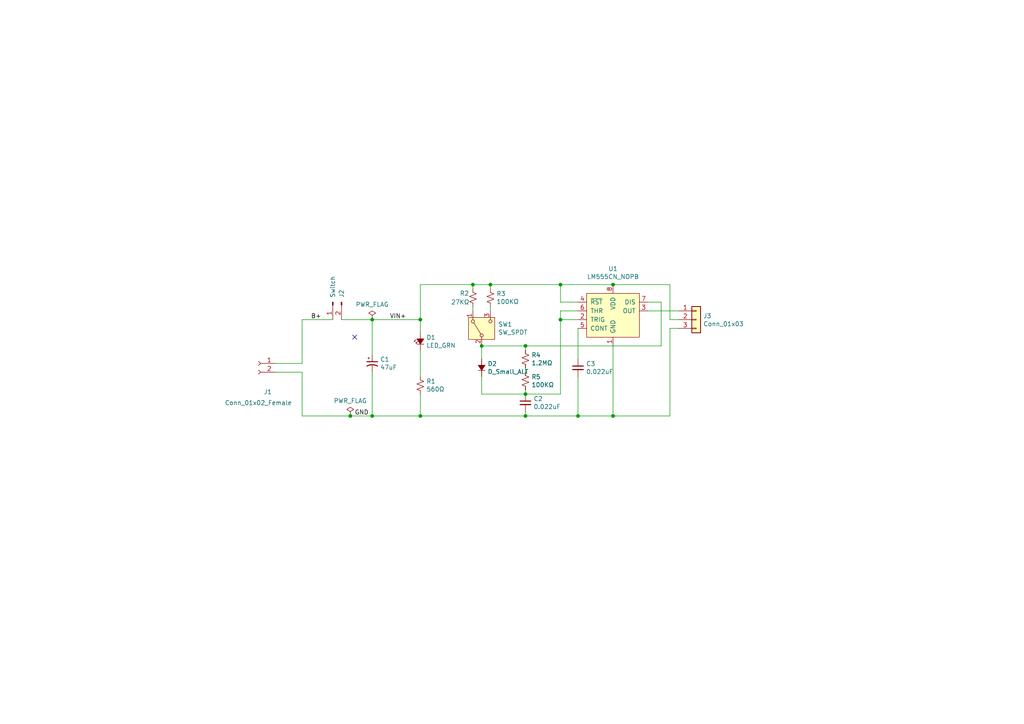
<source format=kicad_sch>
(kicad_sch (version 20230121) (generator eeschema)
  (paper "A4")
  (title_block (title "UselessBox") (date "2022-04-11") (rev "3") (company "TNT Electronics") (comment 1 "Tim Leishman"))
  (lib_symbols
    (symbol "Connector:Conn_01x02_Pin" (pin_names (offset 1.016) hide)
      (property "Reference" "J" (at 0 2.54 0))
      (property "Value" "Conn_01x02_Pin" (at 0 -5.08 0))
      (symbol "Conn_01x02_Pin_1_1"
        (polyline (pts (xy 1.27 -2.54) (xy 0.8636 -2.54)) (stroke (width 0.1524)))
        (polyline (pts (xy 1.27 0) (xy 0.8636 0)) (stroke (width 0.1524)))
        (rectangle (start 0.8636 -2.413) (end 0 -2.667) (stroke (width 0.1524)) (fill (type outline)))
        (rectangle (start 0.8636 0.127) (end 0 -0.127) (stroke (width 0.1524)) (fill (type outline)))
        (pin passive line (at 5.08 0 180) (length 3.81) (name "Pin_1") (number "1"))
        (pin passive line (at 5.08 -2.54 180) (length 3.81) (name "Pin_2") (number "2"))
      )
    )
    (symbol "Connector_Generic:Conn_01x03" (pin_names (offset 1.016) hide)
      (property "Reference" "J" (at 0 5.08 0))
      (property "Value" "Conn_01x03" (at 0 -5.08 0))
      (symbol "Conn_01x03_1_1"
        (rectangle (start -1.27 -2.413) (end 0 -2.667) (stroke (width 0.1524)))
        (rectangle (start -1.27 0.127) (end 0 -0.127) (stroke (width 0.1524)))
        (rectangle (start -1.27 2.667) (end 0 2.413) (stroke (width 0.1524)))
        (rectangle (start -1.27 3.81) (end 1.27 -3.81) (stroke (width 0.254)) (fill (type background)))
        (pin passive line (at -5.08 2.54 0) (length 3.81) (name "Pin_1") (number "1"))
        (pin passive line (at -5.08 0 0) (length 3.81) (name "Pin_2") (number "2"))
        (pin passive line (at -5.08 -2.54 0) (length 3.81) (name "Pin_3") (number "3"))
      )
    )
    (symbol "Device:C_Small" (pin_numbers hide) (pin_names (offset 0.254) hide)
      (property "Reference" "C" (at 0.254 1.778 0))
      (property "Value" "C_Small" (at 0.254 -2.032 0))
      (symbol "C_Small_0_1"
        (polyline (pts (xy -1.524 -0.508) (xy 1.524 -0.508)) (stroke (width 0.3302)))
        (polyline (pts (xy -1.524 0.508) (xy 1.524 0.508)) (stroke (width 0.3048)))
      )
      (symbol "C_Small_1_1"
        (pin passive line (at 0 2.54 270) (length 2.032) (name "~") (number "1"))
        (pin passive line (at 0 -2.54 90) (length 2.032) (name "~") (number "2"))
      )
    )
    (symbol "Device:R_Small_US" (pin_numbers hide) (pin_names (offset 0.254) hide)
      (property "Reference" "R" (at 0.762 0.508 0))
      (property "Value" "R_Small_US" (at 0.762 -1.016 0))
      (symbol "R_Small_US_1_1"
        (polyline (pts (xy 0 0) (xy 1.016 -0.381) (xy 0 -0.762) (xy -1.016 -1.143) (xy 0 -1.524)))
        (polyline (pts (xy 0 1.524) (xy 1.016 1.143) (xy 0 0.762) (xy -1.016 0.381) (xy 0 0)))
        (pin passive line (at 0 2.54 270) (length 1.016) (name "~") (number "1"))
        (pin passive line (at 0 -2.54 90) (length 1.016) (name "~") (number "2"))
      )
    )
    (symbol "Switch:SW_SPDT" (pin_names (offset 0) hide)
      (property "Reference" "SW" (at 0 5.08 0))
      (property "Value" "SW_SPDT" (at 0 -5.08 0))
      (symbol "SW_SPDT_0_1"
        (circle (center -2.032 0) (radius 0.4572))
        (polyline (pts (xy -1.651 0.254) (xy 1.651 2.286)))
        (circle (center 2.032 -2.54) (radius 0.4572))
        (circle (center 2.032 2.54) (radius 0.4572))
      )
      (symbol "SW_SPDT_1_1"
        (rectangle (start -3.175 3.81) (end 3.175 -3.81) (fill (type background)))
        (pin passive line (at 5.08 2.54 180) (length 2.54) (name "A") (number "1"))
        (pin passive line (at -5.08 0 0) (length 2.54) (name "B") (number "2"))
        (pin passive line (at 5.08 -2.54 180) (length 2.54) (name "C") (number "3"))
      )
    )
    (symbol "UselessBox V2-rescue:CP1_Small-Device" (pin_numbers hide) (pin_names (offset 0.254) hide)
      (property "Reference" "C" (at 0.254 1.778 0))
      (property "Value" "Device_CP1_Small" (at 0.254 -2.032 0))
      (symbol "CP1_Small-Device_0_1"
        (polyline (pts (xy -1.524 0.508) (xy 1.524 0.508)) (stroke (width 0.3048)))
        (polyline (pts (xy -1.27 1.524) (xy -0.762 1.524)))
        (polyline (pts (xy -1.016 1.27) (xy -1.016 1.778)))
        (arc (start 1.524 -0.762) (mid 0 -0.3734) (end -1.524 -0.762) (stroke (width 0.3048)))
      )
      (symbol "CP1_Small-Device_1_1"
        (pin passive line (at 0 2.54 270) (length 2.032) (name "~") (number "1"))
        (pin passive line (at 0 -2.54 90) (length 2.032) (name "~") (number "2"))
      )
    )
    (symbol "UselessBox V2-rescue:Conn_01x02_Female-Connector" (pin_names (offset 1.016) hide)
      (property "Reference" "J" (at 0 2.54 0))
      (property "Value" "Connector_Conn_01x02_Female" (at 0 -5.08 0))
      (symbol "Conn_01x02_Female-Connector_1_1"
        (arc (start 0 -2.032) (mid -0.5058 -2.54) (end 0 -3.048) (stroke (width 0.1524)))
        (polyline (pts (xy -1.27 -2.54) (xy -0.508 -2.54)) (stroke (width 0.1524)))
        (polyline (pts (xy -1.27 0) (xy -0.508 0)) (stroke (width 0.1524)))
        (arc (start 0 0.508) (mid -0.5058 0) (end 0 -0.508) (stroke (width 0.1524)))
        (pin passive line (at -5.08 0 0) (length 3.81) (name "Pin_1") (number "1"))
        (pin passive line (at -5.08 -2.54 0) (length 3.81) (name "Pin_2") (number "2"))
      )
    )
    (symbol "UselessBox V2-rescue:D_Small_ALT-Device" (pin_numbers hide) (pin_names (offset 0.254) hide)
      (property "Reference" "D" (at -1.27 2.032 0))
      (property "Value" "Device_D_Small_ALT" (at -3.81 -2.032 0))
      (symbol "D_Small_ALT-Device_0_1"
        (polyline (pts (xy -0.762 -1.016) (xy -0.762 1.016)))
        (polyline (pts (xy -0.762 0) (xy 0.762 0)))
        (polyline (pts (xy 0.762 -1.016) (xy -0.762 0) (xy 0.762 1.016) (xy 0.762 -1.016)) (fill (type outline)))
      )
      (symbol "D_Small_ALT-Device_1_1"
        (pin passive line (at -2.54 0 0) (length 1.778) (name "K") (number "1"))
        (pin passive line (at 2.54 0 180) (length 1.778) (name "A") (number "2"))
      )
    )
    (symbol "UselessBox V2-rescue:LED_Small_ALT-Device" (pin_numbers hide) (pin_names (offset 0.254) hide)
      (property "Reference" "D" (at -1.27 3.175 0))
      (property "Value" "Device_LED_Small_ALT" (at -4.445 -2.54 0))
      (symbol "LED_Small_ALT-Device_0_1"
        (polyline (pts (xy -0.762 -1.016) (xy -0.762 1.016)))
        (polyline (pts (xy 1.016 0) (xy -0.762 0)))
        (polyline (pts (xy 0.762 -1.016) (xy -0.762 0) (xy 0.762 1.016) (xy 0.762 -1.016)) (fill (type outline)))
        (polyline (pts (xy 0 0.762) (xy -0.508 1.27) (xy -0.254 1.27) (xy -0.508 1.27) (xy -0.508 1.016)))
        (polyline (pts (xy 0.508 1.27) (xy 0 1.778) (xy 0.254 1.778) (xy 0 1.778) (xy 0 1.524)))
      )
      (symbol "LED_Small_ALT-Device_1_1"
        (pin passive line (at -2.54 0 0) (length 1.778) (name "K") (number "1"))
        (pin passive line (at 2.54 0 180) (length 1.778) (name "A") (number "2"))
      )
    )
    (symbol "UselessBox V2-rescue:LM555CN_NOPB-dk_Clock-Timing-Programmable-Timers-and-Oscillators" (pin_names (offset 1.016))
      (property "Reference" "U" (at -7.62 6.35 0))
      (property "Value" "dk_Clock-Timing-Programmable-Timers-and-Oscillators_LM555CN_NOPB" (at 1.27 -8.89 0))
      (symbol "LM555CN_NOPB-dk_Clock-Timing-Programmable-Timers-and-Oscillators_0_1"
        (rectangle (start -7.62 5.08) (end 7.62 -7.62) (fill (type background)))
      )
      (symbol "LM555CN_NOPB-dk_Clock-Timing-Programmable-Timers-and-Oscillators_1_1"
        (pin power_in line (at 0 -10.16 90) (length 2.54) (name "GND") (number "1"))
        (pin input line (at -10.16 -2.54 0) (length 2.54) (name "TRIG") (number "2"))
        (pin output line (at 10.16 0 180) (length 2.54) (name "OUT") (number "3"))
        (pin input line (at -10.16 2.54 0) (length 2.54) (name "~{RST}") (number "4"))
        (pin input line (at -10.16 -5.08 0) (length 2.54) (name "CONT") (number "5"))
        (pin input line (at -10.16 0 0) (length 2.54) (name "THR") (number "6"))
        (pin output line (at 10.16 2.54 180) (length 2.54) (name "DIS") (number "7"))
        (pin power_in line (at 0 7.62 270) (length 2.54) (name "VDD") (number "8"))
      )
    )
    (symbol "power:PWR_FLAG" (power) (pin_numbers hide) (pin_names (offset 0) hide)
      (property "Value" "PWR_FLAG" (at 0 3.81 0))
      (symbol "PWR_FLAG_0_0"
        (pin power_out line (at 0 0 90) (length 0) (name "pwr") (number "1"))
      )
      (symbol "PWR_FLAG_0_1"
        (polyline (pts (xy 0 0) (xy 0 1.27) (xy -1.016 1.905) (xy 0 2.54) (xy 1.016 1.905) (xy 0 1.27)))
      )
    )
  )
  (junction (at 101.6 120.65))
  (junction (at 152.4 100.33))
  (junction (at 121.92 120.65))
  (junction (at 177.8 82.55))
  (junction (at 121.92 92.71))
  (junction (at 107.95 120.65))
  (junction (at 152.4 114.3))
  (junction (at 162.56 82.55))
  (junction (at 167.64 120.65))
  (junction (at 152.4 120.65))
  (junction (at 139.7 100.33))
  (junction (at 162.56 92.71))
  (junction (at 137.16 82.55))
  (junction (at 107.95 92.71))
  (junction (at 142.24 82.55))
  (junction (at 177.8 120.65))
  (no_connect (at 102.87 97.79))
  (wire (pts (xy 137.16 82.55) (xy 121.92 82.55)))
  (wire (pts (xy 121.92 82.55) (xy 121.92 92.71)))
  (wire (pts (xy 142.24 83.82) (xy 142.24 82.55)))
  (wire (pts (xy 80.01 105.41) (xy 87.63 105.41)))
  (wire (pts (xy 107.95 107.95) (xy 107.95 120.65)))
  (wire (pts (xy 121.92 120.65) (xy 152.4 120.65)))
  (wire (pts (xy 121.92 120.65) (xy 107.95 120.65)))
  (wire (pts (xy 152.4 100.33) (xy 191.77 100.33)))
  (wire (pts (xy 121.92 114.3) (xy 121.92 120.65)))
  (wire (pts (xy 121.92 101.6) (xy 121.92 109.22)))
  (wire (pts (xy 191.77 87.63) (xy 187.96 87.63)))
  (wire (pts (xy 194.31 95.25) (xy 194.31 120.65)))
  (wire (pts (xy 177.8 120.65) (xy 167.64 120.65)))
  (wire (pts (xy 162.56 82.55) (xy 177.8 82.55)))
  (wire (pts (xy 167.64 95.25) (xy 167.64 104.14)))
  (wire (pts (xy 139.7 109.22) (xy 139.7 114.3)))
  (wire (pts (xy 162.56 90.17) (xy 167.64 90.17)))
  (wire (pts (xy 137.16 88.9) (xy 137.16 90.17)))
  (wire (pts (xy 152.4 119.38) (xy 152.4 120.65)))
  (wire (pts (xy 194.31 82.55) (xy 177.8 82.55)))
  (wire (pts (xy 87.63 92.71) (xy 96.52 92.71)))
  (wire (pts (xy 137.16 83.82) (xy 137.16 82.55)))
  (wire (pts (xy 121.92 92.71) (xy 121.92 96.52)))
  (wire (pts (xy 162.56 92.71) (xy 162.56 90.17)))
  (wire (pts (xy 87.63 120.65) (xy 101.6 120.65)))
  (wire (pts (xy 167.64 109.22) (xy 167.64 120.65)))
  (wire (pts (xy 162.56 87.63) (xy 167.64 87.63)))
  (wire (pts (xy 107.95 102.87) (xy 107.95 92.71)))
  (wire (pts (xy 162.56 92.71) (xy 167.64 92.71)))
  (wire (pts (xy 139.7 114.3) (xy 152.4 114.3)))
  (wire (pts (xy 139.7 100.33) (xy 139.7 104.14)))
  (wire (pts (xy 107.95 120.65) (xy 101.6 120.65)))
  (wire (pts (xy 152.4 101.6) (xy 152.4 100.33)))
  (wire (pts (xy 167.64 120.65) (xy 152.4 120.65)))
  (wire (pts (xy 99.06 92.71) (xy 107.95 92.71)))
  (wire (pts (xy 162.56 87.63) (xy 162.56 82.55)))
  (wire (pts (xy 139.7 100.33) (xy 152.4 100.33)))
  (wire (pts (xy 194.31 92.71) (xy 194.31 82.55)))
  (wire (pts (xy 142.24 88.9) (xy 142.24 90.17)))
  (wire (pts (xy 152.4 113.03) (xy 152.4 114.3)))
  (wire (pts (xy 196.85 95.25) (xy 194.31 95.25)))
  (wire (pts (xy 142.24 82.55) (xy 162.56 82.55)))
  (wire (pts (xy 107.95 92.71) (xy 121.92 92.71)))
  (wire (pts (xy 87.63 107.95) (xy 87.63 120.65)))
  (wire (pts (xy 162.56 114.3) (xy 162.56 92.71)))
  (wire (pts (xy 191.77 100.33) (xy 191.77 87.63)))
  (wire (pts (xy 152.4 114.3) (xy 162.56 114.3)))
  (wire (pts (xy 80.01 107.95) (xy 87.63 107.95)))
  (wire (pts (xy 177.8 100.33) (xy 177.8 120.65)))
  (wire (pts (xy 152.4 107.95) (xy 152.4 106.68)))
  (wire (pts (xy 196.85 92.71) (xy 194.31 92.71)))
  (wire (pts (xy 194.31 120.65) (xy 177.8 120.65)))
  (wire (pts (xy 142.24 82.55) (xy 137.16 82.55)))
  (wire (pts (xy 87.63 92.71) (xy 87.63 105.41)))
  (wire (pts (xy 187.96 90.17) (xy 196.85 90.17)))
  (label "B+" (at 90.17 92.71 0))
  (label "VIN+" (at 113.03 92.71 0))
  (label "GND" (at 102.87 120.65 0))
  (symbol (lib_id "UselessBox V2-rescue:LM555CN_NOPB-dk_Clock-Timing-Programmable-Timers-and-Oscillators") (at 177.8 90.17 0) (unit 1)
    (property "Reference" "U1" (at 177.8 77.9526 0))
    (property "Value" "LM555CN_NOPB" (at 177.8 80.264 0))
    (property "Footprint" "Package_DIP:DIP-8_W7.62mm_LongPads" (effects hide))
    (property "Datasheet" "http://www.ti.com/general/docs/suppproductinfo.tsp?distId=10&gotoUrl=http%3A%2F%2Fwww.ti.com%2Flit%2Fgpn%2Flm555" (effects hide))
    (property "Digi-Key_PN" "LM555CNNS/NOPB-ND" (effects hide))
    (property "MPN" "LM555CN/NOPB" (effects hide))
    (property "Category" "Integrated Circuits (ICs)" (effects hide))
    (property "Family" "Clock/Timing - Programmable Timers and Oscillators" (effects hide))
    (property "DK_Datasheet_Link" "http://www.ti.com/general/docs/suppproductinfo.tsp?distId=10&gotoUrl=http%3A%2F%2Fwww.ti.com%2Flit%2Fgpn%2Flm555" (effects hide))
    (property "DK_Detail_Page" "/product-detail/en/texas-instruments/LM555CN-NOPB/LM555CNNS-NOPB-ND/6575" (effects hide))
    (property "Description" "IC OSC SINGLE TIMER 100KHZ 8-DIP" (effects hide))
    (property "Manufacturer" "Texas Instruments" (effects hide))
    (property "Status" "Active" (effects hide))
  )
  (symbol (lib_id "UselessBox V2-rescue:CP1_Small-Device") (at 107.95 105.41 0) (unit 1)
    (property "Reference" "C1" (at 110.2614 104.2416 0) (effects (justify left)))
    (property "Value" "47uF" (at 110.2614 106.553 0) (effects (justify left)))
    (property "Footprint" "Capacitor_THT:CP_Radial_D5.0mm_P2.00mm" (effects hide))
  )
  (symbol (lib_id "UselessBox V2-rescue:LED_Small_ALT-Device") (at 121.92 99.06 90) (unit 1)
    (property "Reference" "D1" (at 123.6472 97.8916 90) (effects (justify right)))
    (property "Value" "LED_GRN" (at 123.6472 100.203 90) (effects (justify right)))
    (property "Footprint" "LED_THT:LED_D3.0mm" (effects hide))
  )
  (symbol (lib_id "Device:R_Small_US") (at 121.92 111.76 0) (unit 1)
    (property "Reference" "R1" (at 123.6472 110.5916 0) (effects (justify left)))
    (property "Value" "560Ω" (at 123.6472 112.903 0) (effects (justify left)))
    (property "Footprint" "Resistor_THT:R_Axial_DIN0207_L6.3mm_D2.5mm_P7.62mm_Horizontal" (effects hide))
  )
  (symbol (lib_id "Switch:SW_SPDT") (at 139.7 95.25 90) (unit 1)
    (property "Reference" "SW1" (at 144.4752 94.0816 90) (effects (justify right)))
    (property "Value" "SW_SPDT" (at 144.4752 96.393 90) (effects (justify right)))
    (property "Footprint" "Connector_PinHeader_2.54mm:PinHeader_1x03_P2.54mm_Vertical" (effects hide))
  )
  (symbol (lib_id "Device:R_Small_US") (at 137.16 86.36 0) (unit 1)
    (property "Reference" "R2" (at 133.35 85.09 0) (effects (justify left)))
    (property "Value" "27KΩ" (at 130.81 87.63 0) (effects (justify left)))
    (property "Footprint" "Resistor_THT:R_Axial_DIN0207_L6.3mm_D2.5mm_P7.62mm_Horizontal" (effects hide))
  )
  (symbol (lib_id "Device:R_Small_US") (at 142.24 86.36 0) (unit 1)
    (property "Reference" "R3" (at 143.9672 85.1916 0) (effects (justify left)))
    (property "Value" "100KΩ" (at 143.9672 87.503 0) (effects (justify left)))
    (property "Footprint" "Resistor_THT:R_Axial_DIN0207_L6.3mm_D2.5mm_P7.62mm_Horizontal" (effects hide))
  )
  (symbol (lib_id "Device:C_Small") (at 152.4 116.84 0) (unit 1)
    (property "Reference" "C2" (at 154.7368 115.6716 0) (effects (justify left)))
    (property "Value" "0.022uF" (at 154.7368 117.983 0) (effects (justify left)))
    (property "Footprint" "Capacitor_THT:C_Rect_L4.0mm_W2.5mm_P2.50mm" (effects hide))
  )
  (symbol (lib_id "Device:R_Small_US") (at 152.4 104.14 0) (unit 1)
    (property "Reference" "R4" (at 154.1272 102.9716 0) (effects (justify left)))
    (property "Value" "1.2MΩ" (at 154.1272 105.283 0) (effects (justify left)))
    (property "Footprint" "Resistor_THT:R_Axial_DIN0207_L6.3mm_D2.5mm_P7.62mm_Horizontal" (effects hide))
  )
  (symbol (lib_id "Device:R_Small_US") (at 152.4 110.49 0) (unit 1)
    (property "Reference" "R5" (at 154.1272 109.3216 0) (effects (justify left)))
    (property "Value" "100KΩ" (at 154.1272 111.633 0) (effects (justify left)))
    (property "Footprint" "Resistor_THT:R_Axial_DIN0207_L6.3mm_D2.5mm_P7.62mm_Horizontal" (effects hide))
  )
  (symbol (lib_id "Device:C_Small") (at 167.64 106.68 0) (unit 1)
    (property "Reference" "C3" (at 169.9768 105.5116 0) (effects (justify left)))
    (property "Value" "0.022uF" (at 169.9768 107.823 0) (effects (justify left)))
    (property "Footprint" "Capacitor_THT:C_Rect_L4.0mm_W2.5mm_P2.50mm" (effects hide))
  )
  (symbol (lib_id "Connector_Generic:Conn_01x03") (at 201.93 92.71 0) (unit 1)
    (property "Reference" "J3" (at 203.962 91.6432 0) (effects (justify left)))
    (property "Value" "Conn_01x03" (at 203.962 93.9546 0) (effects (justify left)))
    (property "Footprint" "Connector_PinHeader_2.54mm:PinHeader_1x03_P2.54mm_Vertical" (effects hide))
  )
  (symbol (lib_id "power:PWR_FLAG") (at 107.95 92.71 0) (unit 1)
    (property "Reference" "#FLG02" (effects hide))
    (property "Value" "PWR_FLAG" (at 107.95 88.3158 0))
  )
  (symbol (lib_id "power:PWR_FLAG") (at 101.6 120.65 0) (unit 1)
    (property "Reference" "#FLG01" (effects hide))
    (property "Value" "PWR_FLAG" (at 101.6 116.2558 0))
  )
  (symbol (lib_id "UselessBox V2-rescue:Conn_01x02_Female-Connector") (at 74.93 105.41 0) (mirror y) (unit 1)
    (property "Reference" "J1" (at 77.6732 113.665 0))
    (property "Value" "Conn_01x02_Female" (at 74.93 116.84 0))
    (property "Footprint" "Connector_PinHeader_2.54mm:PinHeader_1x02_P2.54mm_Vertical" (effects hide))
  )
  (symbol (lib_id "UselessBox V2-rescue:D_Small_ALT-Device") (at 139.7 106.68 90) (unit 1)
    (property "Reference" "D2" (at 141.4272 105.5116 90) (effects (justify right)))
    (property "Value" "D_Small_ALT" (at 141.4272 107.823 90) (effects (justify right)))
    (property "Footprint" "Diode_THT:D_DO-41_SOD81_P10.16mm_Horizontal" (effects hide))
  )
  (symbol (lib_id "Connector:Conn_01x02_Pin") (at 96.52 87.63 90) (mirror x) (unit 1)
    (property "Reference" "J2" (at 99.06 86.36 0) (effects (justify right)))
    (property "Value" "Switch" (at 96.52 86.36 0) (effects (justify right)))
    (property "Footprint" "Connector_JST:JST_VH_B2P-VH-FB-B_1x02_P3.96mm_Vertical" (effects hide))
  )
)
</source>
